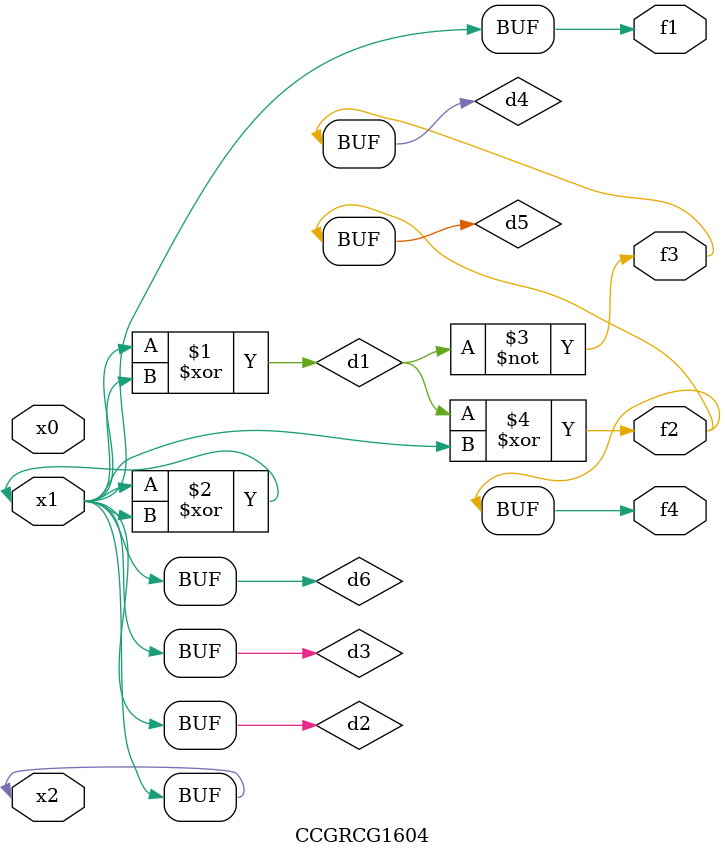
<source format=v>
module CCGRCG1604(
	input x0, x1, x2,
	output f1, f2, f3, f4
);

	wire d1, d2, d3, d4, d5, d6;

	xor (d1, x1, x2);
	buf (d2, x1, x2);
	xor (d3, x1, x2);
	nor (d4, d1);
	xor (d5, d1, d2);
	buf (d6, d2, d3);
	assign f1 = d6;
	assign f2 = d5;
	assign f3 = d4;
	assign f4 = d5;
endmodule

</source>
